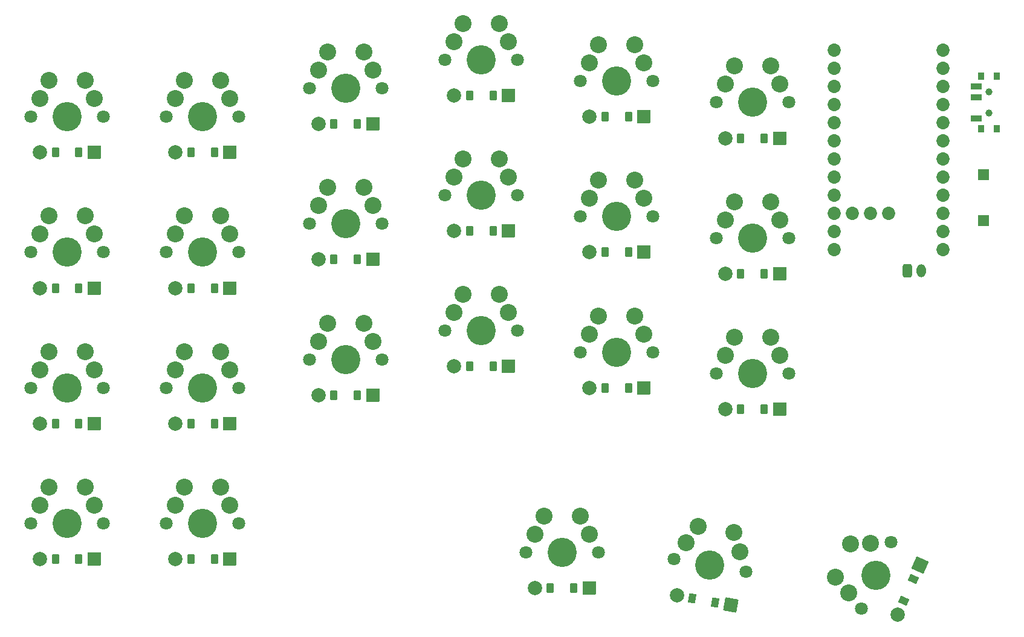
<source format=gts>
%TF.GenerationSoftware,KiCad,Pcbnew,9.0.2*%
%TF.CreationDate,2025-06-03T16:56:12+08:00*%
%TF.ProjectId,experiment,65787065-7269-46d6-956e-742e6b696361,v1.0.0*%
%TF.SameCoordinates,Original*%
%TF.FileFunction,Soldermask,Top*%
%TF.FilePolarity,Negative*%
%FSLAX46Y46*%
G04 Gerber Fmt 4.6, Leading zero omitted, Abs format (unit mm)*
G04 Created by KiCad (PCBNEW 9.0.2) date 2025-06-03 16:56:12*
%MOMM*%
%LPD*%
G01*
G04 APERTURE LIST*
G04 Aperture macros list*
%AMRoundRect*
0 Rectangle with rounded corners*
0 $1 Rounding radius*
0 $2 $3 $4 $5 $6 $7 $8 $9 X,Y pos of 4 corners*
0 Add a 4 corners polygon primitive as box body*
4,1,4,$2,$3,$4,$5,$6,$7,$8,$9,$2,$3,0*
0 Add four circle primitives for the rounded corners*
1,1,$1+$1,$2,$3*
1,1,$1+$1,$4,$5*
1,1,$1+$1,$6,$7*
1,1,$1+$1,$8,$9*
0 Add four rect primitives between the rounded corners*
20,1,$1+$1,$2,$3,$4,$5,0*
20,1,$1+$1,$4,$5,$6,$7,0*
20,1,$1+$1,$6,$7,$8,$9,0*
20,1,$1+$1,$8,$9,$2,$3,0*%
G04 Aperture macros list end*
%ADD10C,1.801800*%
%ADD11C,4.087800*%
%ADD12C,2.386000*%
%ADD13RoundRect,0.050000X0.889000X0.889000X-0.889000X0.889000X-0.889000X-0.889000X0.889000X-0.889000X0*%
%ADD14RoundRect,0.050000X0.450000X0.600000X-0.450000X0.600000X-0.450000X-0.600000X0.450000X-0.600000X0*%
%ADD15C,2.005000*%
%ADD16RoundRect,0.050000X0.400000X-0.500000X0.400000X0.500000X-0.400000X0.500000X-0.400000X-0.500000X0*%
%ADD17C,1.000000*%
%ADD18RoundRect,0.050000X0.750000X-0.350000X0.750000X0.350000X-0.750000X0.350000X-0.750000X-0.350000X0*%
%ADD19RoundRect,0.270833X-0.379167X-0.654167X0.379167X-0.654167X0.379167X0.654167X-0.379167X0.654167X0*%
%ADD20O,1.300000X1.850000*%
%ADD21RoundRect,0.050000X1.029867X0.721121X-0.721121X1.029867X-1.029867X-0.721121X0.721121X-1.029867X0*%
%ADD22RoundRect,0.050000X0.547352X0.512743X-0.338975X0.669026X-0.547352X-0.512743X0.338975X-0.669026X0*%
%ADD23RoundRect,0.050000X-0.700000X0.750000X-0.700000X-0.750000X0.700000X-0.750000X0.700000X0.750000X0*%
%ADD24C,1.852600*%
%ADD25RoundRect,0.050000X-0.450553X1.173731X-1.173731X-0.450553X0.450553X-1.173731X1.173731X0.450553X0*%
%ADD26RoundRect,0.050000X-0.365096X0.655137X-0.731159X-0.167053X0.365096X-0.655137X0.731159X0.167053X0*%
G04 APERTURE END LIST*
D10*
%TO.C,S3*%
X128270000Y-114400000D03*
D11*
X133350000Y-114400000D03*
D10*
X138430000Y-114400000D03*
D12*
X130810000Y-109320000D03*
X135890000Y-109320000D03*
X129540000Y-111860000D03*
X137160000Y-111860000D03*
%TD*%
D10*
%TO.C,S7*%
X147270000Y-114400000D03*
D11*
X152350000Y-114400000D03*
D10*
X157430000Y-114400000D03*
D12*
X149810000Y-109320000D03*
X154890000Y-109320000D03*
X148540000Y-111860000D03*
X156160000Y-111860000D03*
%TD*%
D10*
%TO.C,S13*%
X186272500Y-106400000D03*
D11*
X191352500Y-106400000D03*
D10*
X196432500Y-106400000D03*
D12*
X188812500Y-101320000D03*
X193892500Y-101320000D03*
X187542500Y-103860000D03*
X195162500Y-103860000D03*
%TD*%
D13*
%TO.C,D20*%
X233162500Y-98400000D03*
D14*
X231002500Y-98400000D03*
X227702500Y-98400000D03*
D15*
X225542500Y-98400000D03*
%TD*%
D13*
%TO.C,D5*%
X156160000Y-157400000D03*
D14*
X154000000Y-157400000D03*
X150700000Y-157400000D03*
D15*
X148540000Y-157400000D03*
%TD*%
D10*
%TO.C,S12*%
X186272500Y-125400000D03*
D11*
X191352500Y-125400000D03*
D10*
X196432500Y-125400000D03*
D12*
X188812500Y-120320000D03*
X193892500Y-120320000D03*
X187542500Y-122860000D03*
X195162500Y-122860000D03*
%TD*%
D13*
%TO.C,D10*%
X176162500Y-115400000D03*
D14*
X174002500Y-115400000D03*
X170702500Y-115400000D03*
D15*
X168542500Y-115400000D03*
%TD*%
D13*
%TO.C,D8*%
X156160000Y-100400000D03*
D14*
X154000000Y-100400000D03*
X150700000Y-100400000D03*
D15*
X148540000Y-100400000D03*
%TD*%
D16*
%TO.C,T1*%
X261338500Y-97050000D03*
X263548500Y-97050000D03*
D17*
X262448500Y-94900000D03*
X262448500Y-94900000D03*
X262448500Y-91900000D03*
X262448500Y-91900000D03*
D18*
X260688500Y-91150000D03*
D16*
X261338500Y-89750000D03*
X263548500Y-89750000D03*
D18*
X260688500Y-95650000D03*
X260688500Y-92650000D03*
%TD*%
D10*
%TO.C,S19*%
X224272500Y-112400000D03*
D11*
X229352500Y-112400000D03*
D10*
X234432500Y-112400000D03*
D12*
X226812500Y-107320000D03*
X231892500Y-107320000D03*
X225542500Y-109860000D03*
X233162500Y-109860000D03*
%TD*%
D13*
%TO.C,D17*%
X214162500Y-95400000D03*
D14*
X212002500Y-95400000D03*
X208702500Y-95400000D03*
D15*
X206542500Y-95400000D03*
%TD*%
D10*
%TO.C,S1*%
X128270000Y-152400000D03*
D11*
X133350000Y-152400000D03*
D10*
X138430000Y-152400000D03*
D12*
X130810000Y-147320000D03*
X135890000Y-147320000D03*
X129540000Y-149860000D03*
X137160000Y-149860000D03*
%TD*%
D10*
%TO.C,S17*%
X205272500Y-90400000D03*
D11*
X210352500Y-90400000D03*
D10*
X215432500Y-90400000D03*
D12*
X207812500Y-85320000D03*
X212892500Y-85320000D03*
X206542500Y-87860000D03*
X214162500Y-87860000D03*
%TD*%
D10*
%TO.C,S11*%
X167272500Y-91400000D03*
D11*
X172352500Y-91400000D03*
D10*
X177432500Y-91400000D03*
D12*
X169812500Y-86320000D03*
X174892500Y-86320000D03*
X168542500Y-88860000D03*
X176162500Y-88860000D03*
%TD*%
D13*
%TO.C,D4*%
X137160000Y-100400000D03*
D14*
X135000000Y-100400000D03*
X131700000Y-100400000D03*
D15*
X129540000Y-100400000D03*
%TD*%
D13*
%TO.C,D12*%
X195162500Y-130400000D03*
D14*
X193002500Y-130400000D03*
X189702500Y-130400000D03*
D15*
X187542500Y-130400000D03*
%TD*%
D10*
%TO.C,S16*%
X205272500Y-109400000D03*
D11*
X210352500Y-109400000D03*
D10*
X215432500Y-109400000D03*
D12*
X207812500Y-104320000D03*
X212892500Y-104320000D03*
X206542500Y-106860000D03*
X214162500Y-106860000D03*
%TD*%
D10*
%TO.C,S21*%
X197602500Y-156400000D03*
D11*
X202682500Y-156400000D03*
D10*
X207762500Y-156400000D03*
D12*
X200142500Y-151320000D03*
X205222500Y-151320000D03*
X198872500Y-153860000D03*
X206492500Y-153860000D03*
%TD*%
D13*
%TO.C,D15*%
X214162500Y-133400000D03*
D14*
X212002500Y-133400000D03*
X208702500Y-133400000D03*
D15*
X206542500Y-133400000D03*
%TD*%
D10*
%TO.C,S20*%
X224272500Y-93400000D03*
D11*
X229352500Y-93400000D03*
D10*
X234432500Y-93400000D03*
D12*
X226812500Y-88320000D03*
X231892500Y-88320000D03*
X225542500Y-90860000D03*
X233162500Y-90860000D03*
%TD*%
D13*
%TO.C,D18*%
X233162500Y-136400000D03*
D14*
X231002500Y-136400000D03*
X227702500Y-136400000D03*
D15*
X225542500Y-136400000D03*
%TD*%
D13*
%TO.C,D11*%
X176162500Y-96400000D03*
D14*
X174002500Y-96400000D03*
X170702500Y-96400000D03*
D15*
X168542500Y-96400000D03*
%TD*%
D19*
%TO.C,_1*%
X251000000Y-117000000D03*
D20*
X253000000Y-117000000D03*
%TD*%
D13*
%TO.C,D13*%
X195162500Y-111400000D03*
D14*
X193002500Y-111400000D03*
X189702500Y-111400000D03*
D15*
X187542500Y-111400000D03*
%TD*%
D13*
%TO.C,D19*%
X233162500Y-117400000D03*
D14*
X231002500Y-117400000D03*
X227702500Y-117400000D03*
D15*
X225542500Y-117400000D03*
%TD*%
D13*
%TO.C,D3*%
X137160000Y-119400000D03*
D14*
X135000000Y-119400000D03*
X131700000Y-119400000D03*
D15*
X129540000Y-119400000D03*
%TD*%
D13*
%TO.C,D14*%
X195162500Y-92400000D03*
D14*
X193002500Y-92400000D03*
X189702500Y-92400000D03*
D15*
X187542500Y-92400000D03*
%TD*%
D21*
%TO.C,D22*%
X226275522Y-163810147D03*
D22*
X224148335Y-163435066D03*
X220898469Y-162862028D03*
D15*
X218771282Y-162486947D03*
%TD*%
D13*
%TO.C,D9*%
X176162500Y-134400000D03*
D14*
X174002500Y-134400000D03*
X170702500Y-134400000D03*
D15*
X168542500Y-134400000D03*
%TD*%
D13*
%TO.C,D2*%
X137160000Y-138400000D03*
D14*
X135000000Y-138400000D03*
X131700000Y-138400000D03*
D15*
X129540000Y-138400000D03*
%TD*%
D10*
%TO.C,S5*%
X147270000Y-152400000D03*
D11*
X152350000Y-152400000D03*
D10*
X157430000Y-152400000D03*
D12*
X149810000Y-147320000D03*
X154890000Y-147320000D03*
X148540000Y-149860000D03*
X156160000Y-149860000D03*
%TD*%
D13*
%TO.C,D16*%
X214162500Y-114400000D03*
D14*
X212002500Y-114400000D03*
X208702500Y-114400000D03*
D15*
X206542500Y-114400000D03*
%TD*%
D10*
%TO.C,S2*%
X128270000Y-133400000D03*
D11*
X133350000Y-133400000D03*
D10*
X138430000Y-133400000D03*
D12*
X130810000Y-128320000D03*
X135890000Y-128320000D03*
X129540000Y-130860000D03*
X137160000Y-130860000D03*
%TD*%
D13*
%TO.C,D7*%
X156160000Y-119400000D03*
D14*
X154000000Y-119400000D03*
X150700000Y-119400000D03*
D15*
X148540000Y-119400000D03*
%TD*%
D10*
%TO.C,S6*%
X147270000Y-133400000D03*
D11*
X152350000Y-133400000D03*
D10*
X157430000Y-133400000D03*
D12*
X149810000Y-128320000D03*
X154890000Y-128320000D03*
X148540000Y-130860000D03*
X156160000Y-130860000D03*
%TD*%
D10*
%TO.C,S10*%
X167272500Y-110400000D03*
D11*
X172352500Y-110400000D03*
D10*
X177432500Y-110400000D03*
D12*
X169812500Y-105320000D03*
X174892500Y-105320000D03*
X168542500Y-107860000D03*
X176162500Y-107860000D03*
%TD*%
D10*
%TO.C,S18*%
X224272500Y-131400000D03*
D11*
X229352500Y-131400000D03*
D10*
X234432500Y-131400000D03*
D12*
X226812500Y-126320000D03*
X231892500Y-126320000D03*
X225542500Y-128860000D03*
X233162500Y-128860000D03*
%TD*%
D10*
%TO.C,S15*%
X205272500Y-128400000D03*
D11*
X210352500Y-128400000D03*
D10*
X215432500Y-128400000D03*
D12*
X207812500Y-123320000D03*
X212892500Y-123320000D03*
X206542500Y-125860000D03*
X214162500Y-125860000D03*
%TD*%
D13*
%TO.C,D21*%
X206492500Y-161400000D03*
D14*
X204332500Y-161400000D03*
X201032500Y-161400000D03*
D15*
X198872500Y-161400000D03*
%TD*%
D23*
%TO.C,S24*%
X261737500Y-103485000D03*
X261737500Y-109985000D03*
%TD*%
D13*
%TO.C,D1*%
X137160000Y-157400000D03*
D14*
X135000000Y-157400000D03*
X131700000Y-157400000D03*
D15*
X129540000Y-157400000D03*
%TD*%
D13*
%TO.C,D6*%
X156160000Y-138400000D03*
D14*
X154000000Y-138400000D03*
X150700000Y-138400000D03*
D15*
X148540000Y-138400000D03*
%TD*%
D10*
%TO.C,S23*%
X244606053Y-164289408D03*
D11*
X246672275Y-159648597D03*
D10*
X248738497Y-155007786D03*
D12*
X240998353Y-159902780D03*
X243064575Y-155261969D03*
X242802203Y-162096094D03*
X245901536Y-155134878D03*
%TD*%
D10*
%TO.C,S4*%
X128270000Y-95400000D03*
D11*
X133350000Y-95400000D03*
D10*
X138430000Y-95400000D03*
D12*
X130810000Y-90320000D03*
X135890000Y-90320000D03*
X129540000Y-92860000D03*
X137160000Y-92860000D03*
%TD*%
D10*
%TO.C,S22*%
X218388820Y-157342375D03*
D11*
X223391643Y-158224508D03*
D10*
X228394466Y-159106641D03*
D12*
X221772364Y-152780618D03*
X226775187Y-153662751D03*
X220080592Y-155061497D03*
X227584827Y-156384696D03*
%TD*%
D24*
%TO.C,MCU1*%
X256022500Y-86097500D03*
X256022500Y-88637500D03*
X256022500Y-91177500D03*
X256022500Y-93717500D03*
X256022500Y-96257500D03*
X256022500Y-98797500D03*
X256022500Y-101337500D03*
X256022500Y-103877500D03*
X256022500Y-106417500D03*
X256022500Y-108957500D03*
X256022500Y-111497500D03*
X256022500Y-114037500D03*
X240782500Y-114037500D03*
X240782500Y-111497500D03*
X240782500Y-108957500D03*
X240782500Y-106417500D03*
X240782500Y-103877500D03*
X240782500Y-101337500D03*
X240782500Y-98797500D03*
X240782500Y-96257500D03*
X240782500Y-93717500D03*
X240782500Y-91177500D03*
X240782500Y-88637500D03*
X240782500Y-86097500D03*
X243322500Y-108957500D03*
X245862500Y-108957500D03*
X248402500Y-108957500D03*
%TD*%
D10*
%TO.C,S14*%
X186272500Y-87400000D03*
D11*
X191352500Y-87400000D03*
D10*
X196432500Y-87400000D03*
D12*
X188812500Y-82320000D03*
X193892500Y-82320000D03*
X187542500Y-84860000D03*
X195162500Y-84860000D03*
%TD*%
D10*
%TO.C,S9*%
X167272500Y-129400000D03*
D11*
X172352500Y-129400000D03*
D10*
X177432500Y-129400000D03*
D12*
X169812500Y-124320000D03*
X174892500Y-124320000D03*
X168542500Y-126860000D03*
X176162500Y-126860000D03*
%TD*%
D10*
%TO.C,S8*%
X147270000Y-95400000D03*
D11*
X152350000Y-95400000D03*
D10*
X157430000Y-95400000D03*
D12*
X149810000Y-90320000D03*
X154890000Y-90320000D03*
X148540000Y-92860000D03*
X156160000Y-92860000D03*
%TD*%
D25*
%TO.C,D23*%
X252789669Y-158201672D03*
D26*
X251911117Y-160174930D03*
X250568887Y-163189630D03*
D15*
X249690335Y-165162888D03*
%TD*%
M02*

</source>
